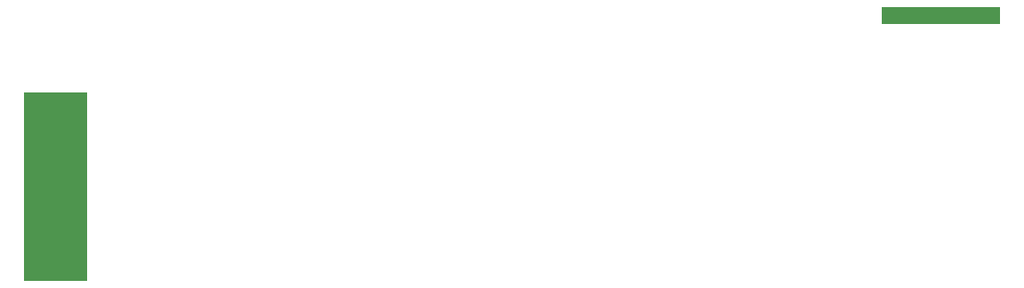
<source format=gko>
G04*
G04 #@! TF.GenerationSoftware,Altium Limited,Altium Designer,25.4.2 (15)*
G04*
G04 Layer_Color=16711935*
%FSLAX44Y44*%
%MOMM*%
G71*
G04*
G04 #@! TF.SameCoordinates,C2DD7520-A2B9-4FCF-9691-AC0A9630E6EF*
G04*
G04*
G04 #@! TF.FilePolarity,Positive*
G04*
G01*
G75*
G36*
X35664Y780303D02*
Y600303D01*
X-24336D01*
Y780303D01*
X35664D01*
D02*
G37*
G36*
X792202Y861649D02*
X792359Y861491D01*
X904528D01*
Y844989D01*
X904532Y844985D01*
X904528Y844981D01*
X792223D01*
X792202Y861649D01*
D02*
G37*
M02*

</source>
